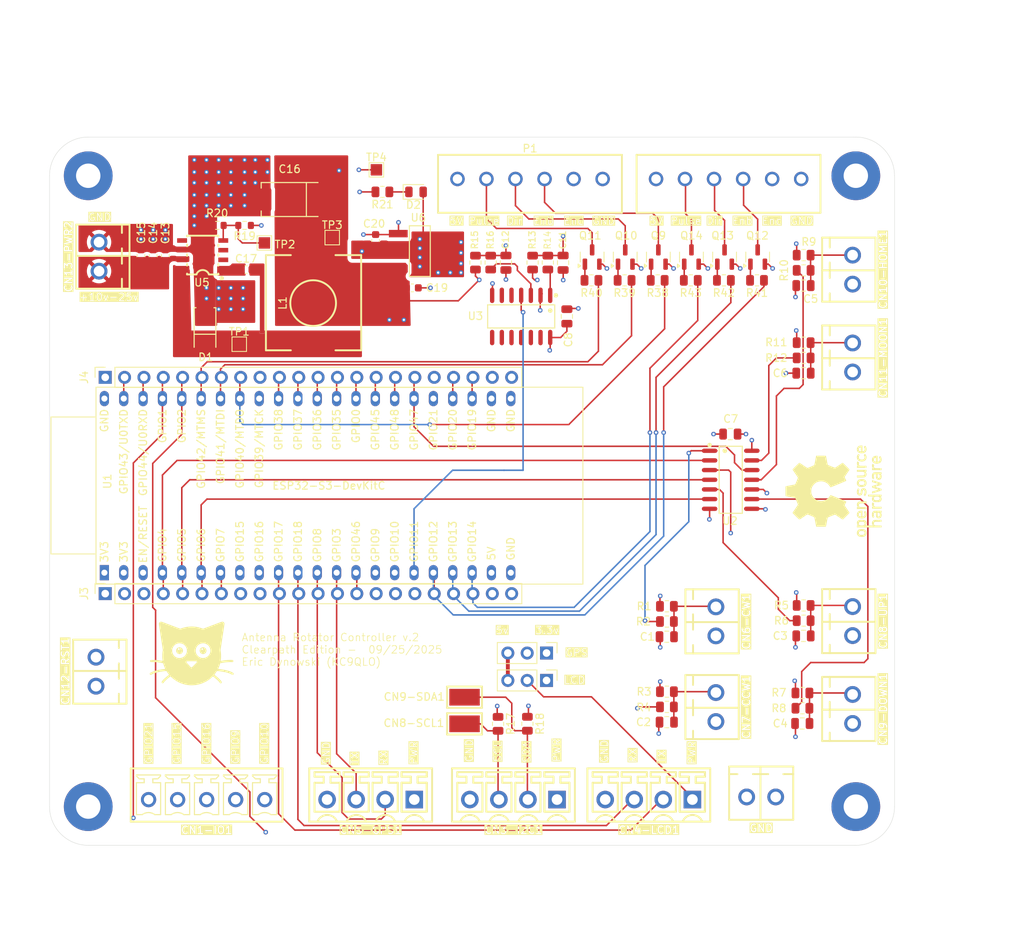
<source format=kicad_pcb>
(kicad_pcb (version 20241229) (generator "pcbnew") (generator_version "9.0")
  (layers (0 "F.Cu" signal) (4 "In1.Cu" signal "GND.Cu") (6 "In2.Cu" signal "Signal.Cu") (8 "In3.Cu" signal "PWRV.Cu") (10 "In4.Cu" signal "GND2.Cu") (2 "B.Cu" signal) (13 "F.Paste" user) (15 "B.Paste" user) (5 "F.SilkS" user "F.Silkscreen") (7 "B.SilkS" user "B.Silkscreen") (1 "F.Mask" user) (3 "B.Mask" user) (25 "Edge.Cuts" user))
  (net 0 "")
  (net 1 "/RESET")
  (net 2 "/EL_Enable")
  (net 3 "/CW-OUT")
  (net 4 "/DWN-OUT")
  (net 5 "/UP-OUT")
  (net 6 "/U0RXD")
  (net 7 "/U0TXD")
  (net 8 "/GPIO46")
  (net 9 "/CCW-OUT")
  (net 10 "/GPIO35")
  (net 11 "/SDA")
  (net 12 "/SCL")
  (net 13 "Net-(J1-Pin_2)")
  (net 14 "/LCD_RX")
  (net 15 "/LCD_TX")
  (net 16 "Net-(J2-Pin_2)")
  (net 17 "/GPS_RX")
  (net 18 "/GPS_TX")
  (net 19 "Net-(U5-VIN)")
  (net 20 "Net-(U5-BOOT)")
  (net 29 "GND")
  (net 30 "+3.3V")
  (net 31 "/Buttons/CW-BTN")
  (net 32 "/Buttons/CCW-BTN")
  (net 33 "/Buttons/CW-IN")
  (net 34 "/Buttons/CCW-IN")
  (net 35 "/Buttons/UP-IN")
  (net 36 "/Moon-Out")
  (net 37 "/Buttons/HOME-IN")
  (net 38 "/Home-Out")
  (net 39 "/Buttons/MOON-IN")
  (net 40 "/Buttons/DWN-IN")
  (net 41 "/AZ_Direction")
  (net 42 "/AZ_Encoder")
  (net 43 "/EL_Pulse")
  (net 44 "/AZ_Pulse")
  (net 45 "/Buttons/UP-BTN")
  (net 46 "/Buttons/DOWN-BTN")
  (net 47 "/Buttons/HOME-BTN")
  (net 48 "/Buttons/MOON-BTN")
  (net 49 "+5V")
  (net 50 "/Motors_Clearpath/AZ_5v_Enc_In")
  (net 51 "/Motors_Clearpath/EL_5v_Enc_In")
  (net 52 "/Motors_Clearpath/AZ_5v_Enable")
  (net 53 "/Motors_Clearpath/AZ_5v_Dir")
  (net 54 "/Motors_Clearpath/AZ_5v_Pulse")
  (net 55 "/Motors_Clearpath/EL_5v_Pulse")
  (net 56 "/Motors_Clearpath/EL_5v_Enable")
  (net 57 "/Motors_Clearpath/EL_5v-Dir")
  (net 58 "Net-(Q9-B)")
  (net 59 "Net-(Q10-B)")
  (net 60 "Net-(U3-1A)")
  (net 61 "Net-(U3-2A)")
  (net 62 "/EL_Direction")
  (net 63 "/EL_Encoder")
  (net 64 "/AZ_Enable")
  (net 65 "Net-(D1-K)")
  (net 66 "Net-(U5-VSENSE)")
  (net 70 "/GPIO10")
  (net 71 "/GPIO16")
  (net 72 "/GPIO15")
  (net 73 "/GPIO9")
  (net 74 "/GPIO21")
  (net 75 "Net-(D2-K)")
  (net 76 "Net-(Q11-B)")
  (net 77 "Net-(Q12-B)")
  (net 78 "Net-(Q13-B)")
  (net 79 "Net-(Q14-B)")
  (net 80 "/GPIO38")
  (net 81 "/GPIO37")
  (net 82 "/GPIO45")
  (net 83 "/GPIO36")
  (net 84 "/GPIO00")
  (net 85 "/GPIO19")
  (net 86 "/GPIO20")
  (footprint "74HC14D-C5605:SOIC-14_L8.7-W3.9-P1.27-LS6.0-BL" (layer "F.Cu") (at 225 104 -90)
    (property "Reference" "U2")
    (property "Value" "74HC14D,653" (hide yes))
  )
  (footprint "1x2-Connector-C441332:CONN-TH_2P-P3.81_KF2EDGV-3.81-2P" (layer "F.Cu") (at 241 76.41 -90)
    (property "Reference" "CN10-HOME1")
    (property "Value" "KF2EDGV-3.81-2P" (hide yes))
  )
  (footprint "Resistor_SMD:R_0805_2012Metric" (layer "F.Cu") (at 216.627 122.614)
    (property "Reference" "R2")
    (property "Value" "10k" (hide yes))
  )
  (footprint "Resistor_SMD:R_0805_2012Metric" (layer "F.Cu") (at 193.5 75.48 90)
    (property "Reference" "R16")
    (property "Value" "10k" (hide yes))
  )
  (footprint "Capacitor_SMD:C_0805_2012Metric" (layer "F.Cu") (at 216.607 124.614 180)
    (property "Reference" "C1")
    (property "Value" ".1uf" (hide yes))
  )
  (footprint "Capacitor_SMD:C_0805_2012Metric" (layer "F.Cu") (at 234.3925 136 180)
    (property "Reference" "C4")
    (property "Value" ".1uf" (hide yes))
  )
  (footprint "Resistor_SMD:R_0805_2012Metric" (layer "F.Cu") (at 234.57 76.5)
    (property "Reference" "R10")
    (property "Value" "10k" (hide yes))
  )
  (footprint "Resistor_SMD:R_0805_2012Metric" (layer "F.Cu") (at 179.2875 66.2 180)
    (property "Reference" "R21")
    (property "Value" "40" (hide yes))
  )
  (footprint "Capacitor_SMD:C_0603_1608Metric" (layer "F.Cu") (at 161.4 76.4)
    (property "Reference" "C17")
    (property "Value" "10nf")
  )
  (footprint "TestPoint:TestPoint_Pad_1.5x1.5mm" (layer "F.Cu") (at 178.5 63.3)
    (property "Reference" "TP4")
    (property "Value" "TestPoint" (hide yes))
  )
  (footprint "Resistor_SMD:R_0805_2012Metric" (layer "F.Cu") (at 224.105 77.8125 180)
    (property "Reference" "R42")
    (property "Value" "4.7k" (hide yes))
  )
  (footprint "1x4-Connector-C8410:CONN-TH_4P-P3.81_WJ2EDGVC-3.81-4P" (layer "F.Cu") (at 196.486111 145.9916 180)
    (property "Reference" "CN3-I2C1")
    (property "Value" "WJ15EDGVC-3.81-4P" (hide yes))
  )
  (footprint "Package_TO_SOT_SMD:SOT-23" (layer "F.Cu") (at 206.8125 74.75 90)
    (property "Reference" "Q11")
    (property "Value" "MMBT3904" (hide yes))
  )
  (footprint "Resistor_SMD:R_0805_2012Metric" (layer "F.Cu") (at 201 75.48 90)
    (property "Reference" "R14")
    (property "Value" "10k" (hide yes))
  )
  (footprint "Resistor_SMD:R_0805_2012Metric" (layer "F.Cu") (at 215.415 77.8125 180)
    (property "Reference" "R38")
    (property "Value" "4.7k" (hide yes))
  )
  (footprint "Resistor_SMD:R_0805_2012Metric" (layer "F.Cu") (at 198.316111 136.0375 -90)
    (property "Reference" "R18")
    (property "Value" "10k" (hide yes))
  )
  (footprint "1x2-Connector-C441332:CONN-TH_2P-P3.81_KF2EDGV-3.81-2P" (layer "F.Cu") (at 141.7 129.195 90)
    (property "Reference" "CN12-RST1")
    (property "Value" "KF2EDGV-3.81-2P" (hide yes))
  )
  (footprint "Capacitor_SMD:C_0603_1608Metric" (layer "F.Cu") (at 150.8 74.575 -90)
    (property "Reference" "C13")
    (property "Value" "10uf" (hide yes))
  )
  (footprint "Capacitor_SMD:C_0603_1608Metric" (layer "F.Cu") (at 183.225 78.8 180)
    (property "Reference" "C19")
    (property "Value" "10uf" (hide yes))
  )
  (footprint "Resistor_SMD:R_0805_2012Metric" (layer "F.Cu") (at 194.466111 136.05 -90)
    (property "Reference" "R17")
    (property "Value" "10k" (hide yes))
  )
  (footprint "Connector_PinHeader_2.54mm:PinHeader_1x03_P2.54mm_Vertical" (layer "F.Cu") (at 200.83 126.75 -90)
    (property "Reference" "J2" (hide yes))
    (property "Value" "GPS_PWR_SELECT" (hide yes))
  )
  (footprint "Resistor_SMD:R_0805_2012Metric" (layer "F.Cu") (at 234.57 88)
    (property "Reference" "R12")
    (property "Value" "10k" (hide yes))
  )
  (footprint "Package_TO_SOT_SMD:SOT-23" (layer "F.Cu") (at 228.5375 74.75 90)
    (property "Reference" "Q12")
    (property "Value" "MMBT3904" (hide yes))
  )
  (footprint "Capacitor_SMD:C_0805_2012Metric" (layer "F.Cu") (at 203 75.5 -90)
    (property "Reference" "C11")
    (property "Value" ".1uf" (hide yes))
  )
  (footprint "TestPoint:TestPoint_Pad_1.5x1.5mm" (layer "F.Cu") (at 163.8 72.9)
    (property "Reference" "TP2")
    (property "Value" "TestPoint" (hide yes))
  )
  (footprint "Resistor_SMD:R_0805_2012Metric" (layer "F.Cu") (at 234.57 86)
    (property "Reference" "R11")
    (property "Value" "10k" (hide yes))
  )
  (footprint "Resistor_SMD:R_0805_2012Metric" (layer "F.Cu") (at 234.4125 134)
    (property "Reference" "R8")
    (property "Value" "10k" (hide yes))
  )
  (footprint "MountingHole:MountingHole_3.2mm_M3_Pad" (layer "F.Cu") (at 241.42 146.92)
    (property "Reference" "H2" (hide yes))
    (property "Value" "MountingHole_Pad" (hide yes))
  )
  (footprint "1x2-Connector-C441332:CONN-TH_2P-P3.81_KF2EDGV-3.81-2P" (layer "F.Cu") (at 223.057 122.6 -90)
    (property "Reference" "CN6-CW1")
    (property "Value" "KF2EDGV-3.81-2P" (hide yes))
  )
  (footprint "Resistor_SMD:R_0805_2012Metric" (layer "F.Cu") (at 216.627 131.826)
    (property "Reference" "R3")
    (property "Value" "10k" (hide yes))
  )
  (footprint "1x6-Connector-C8415:CONN-TH_6P_WJ15EDGVC-3.81-6P" (layer "F.Cu") (at 224.72 64.5)
    (property "Reference" "P2" (hide yes))
    (property "Value" "WJ15EDGVC-6P")
  )
  (footprint "ESP32-S3-DevKit:ESP32-S3-DevKitC" (layer "F.Cu") (at 142.8 116.2 90)
    (property "Reference" "U1")
    (property "Value" "ESP32-S3-DevKitC")
  )
  (footprint "Capacitor_SMD:C_0805_2012Metric" (layer "F.Cu") (at 203.5 82.55 90)
    (property "Reference" "C8")
    (property "Value" ".1uf" (hide yes))
  )
  (footprint "Resistor_SMD:R_0805_2012Metric" (layer "F.Cu") (at 216.627 133.826)
    (property "Reference" "R4")
    (property "Value" "10k" (hide yes))
  )
  (footprint "Package_TO_SOT_SMD:SOT-23" (layer "F.Cu") (at 224.1925 74.75 90)
    (property "Reference" "Q13")
    (property "Value" "MMBT3904" (hide yes))
  )
  (footprint "TestPoint:TestPoint_Pad_1.5x1.5mm" (layer "F.Cu") (at 172.7 72.2)
    (property "Reference" "TP3")
    (property "Value" "TestPoint" (hide yes))
  )
  (footprint "TestPoint:TestPoint_Pad_1.5x1.5mm" (layer "F.Cu") (at 160.5 86.2)
    (property "Reference" "TP1")
    (property "Value" "TestPoint" (hide yes))
  )
  (footprint "1x2-Connector-C441332:CONN-TH_2P-P3.81_KF2EDGV-3.81-2P" (layer "F.Cu") (at 241 87.948 -90)
    (property "Reference" "CN11-MOON1")
    (property "Value" "KF2EDGV-3.81-2P" (hide yes))
  )
  (footprint "Capacitor_SMD:C_0603_1608Metric" (layer "F.Cu") (at 149.2 74.575 -90)
    (property "Reference" "C14")
    (property "Value" "10uf" (hide yes))
  )
  (footprint "C5199800-TestPoint:TESTPOINT-SMD_L3.8-W2.0_RH-5019" (layer "F.Cu") (at 190.066111 132.55)
    (property "Reference" "CN9-SDA1")
    (property "Value" "RH-5019" (hide yes))
  )
  (footprint "Resistor_SMD:R_0805_2012Metric" (layer "F.Cu") (at 234.4125 132)
    (property "Reference" "R7")
    (property "Value" "10k" (hide yes))
  )
  (footprint "Resistor_SMD:R_0603_1608Metric" (layer "F.Cu") (at 157.625 70.6 180)
    (property "Reference" "R20")
    (property "Value" "3.24k" (hide yes))
  )
  (footprint "Package_TO_SOT_SMD:SOT-23" (layer "F.Cu") (at 215.5025 74.75 90)
    (property "Reference" "Q9")
    (property "Value" "MMBT3904" (hide yes))
  )
  (footprint "Capacitor_SMD:C_0805_2012Metric" (layer "F.Cu") (at 234.55 124.5 180)
    (property "Reference" "C3")
    (property "Value" ".1uf" (hide yes))
  )
  (footprint "1x2-Connector-C441332:CONN-TH_2P-P3.81_KF2EDGV-3.81-2P" (layer "F.Cu") (at 241 122.562 -90)
    (property "Reference" "CN8-UP1")
    (property "Value" "KF2EDGV-3.81-2P" (hide yes))
  )
  (footprint "Resistor_SMD:R_0805_2012Metric" (layer "F.Cu") (at 234.57 74.5)
    (property "Reference" "R9")
    (property "Value" "10k" (hide yes))
  )
  (footprint "1x2-Connector-C441332:CONN-TH_2P-P3.81_KF2EDGV-3.81-2P" (layer "F.Cu") (at 228.995 145.65 180)
    (property "Reference" "CN5" (hide yes))
    (property "Value" "KF2EDGV-3.81-2P" (hide yes))
  )
  (footprint "Resistor_SMD:R_0805_2012Metric" (layer "F.Cu") (at 234.57 120.5)
    (property "Reference" "R5")
    (property "Value" "10k" (hide yes))
  )
  (footprint "Resistor_SMD:R_0805_2012Metric" (layer "F.Cu") (at 211.07 77.8125 180)
    (property "Reference" "R39")
    (property "Value" "4.7k" (hide yes))
  )
  (footprint "74HC14D-C5605:SOIC-14_L8.7-W3.9-P1.27-LS6.0-BL" (layer "F.Cu") (at 197.5 82.55 180)
    (property "Reference" "U3")
    (property "Value" "74HC14D,653" (hide yes))
  )
  (footprint "1x6-Connector-C8415:CONN-TH_6P_WJ15EDGVC-3.81-6P" (layer "F.Cu") (at 198.66 64.5)
    (property "Reference" "P1")
    (property "Value" "WJ15EDGVC-6P")
  )
  (footprint "Resistor_SMD:R_0805_2012Metric" (layer "F.Cu") (at 228.45 77.8125 180)
    (property "Reference" "R41")
    (property "Value" "4.7k" (hide yes))
  )
  (footprint "Capacitor_SMD:C_0805_2012Metric" (layer "F.Cu") (at 224.95 98 180)
    (property "Reference" "C7")
    (property "Value" ".1uf" (hide yes))
  )
  (footprint "Package_TO_SOT_SMD:SOT-23" (layer "F.Cu") (at 219.8475 74.75 90)
    (property "Reference" "Q14")
    (property "Value" "MMBT3904" (hide yes))
  )
  (footprint "Package_TO_SOT_SMD:SOT-23" (layer "F.Cu") (at 211.1575 74.75 90)
    (property "Reference" "Q10")
    (property "Value" "MMBT3904" (hide yes))
  )
  (footprint "Capacitor_SMD:C_0805_2012Metric" (layer "F.Cu") (at 234.55 90 180)
    (property "Reference" "C6")
    (property "Value" ".1uf" (hide yes))
  )
  (footprint "1x2-Connector-C441332:CONN-TH_2P-P3.81_KF2EDGV-3.81-2P" (layer "F.Cu") (at 241 134.1 -90)
    (property "Reference" "CN9-DOWN1")
    (property "Value" "KF2EDGV-3.81-2P" (hide yes))
  )
  (footprint "Connector_PinSocket_2.54mm:PinSocket_1x22_P2.54mm_Vertical" (layer "F.Cu") (at 142.91 118.95 90)
    (property "Reference" "J3")
    (property "Value" "Conn_01x22_Socket")
  )
  (footprint "Connector_PinSocket_2.54mm:PinSocket_1x22_P2.54mm_Vertical" (layer "F.Cu") (at 142.91 90.55 90)
    (property "Reference" "J4")
    (property "Value" "Conn_01x22_Socket")
  )
  (footprint "C5199800-TestPoint:TESTPOINT-SMD_L3.8-W2.0_RH-5019" (layer "F.Cu") (at 190.066111 136.05)
    (property "Reference" "CN8-SCL1")
    (property "Value" "RH-5019" (hide yes))
  )
  (footprint "LOGO" (layer "F.Cu") (at 154.25 126.75)
    (property "Reference" "G***" (hide yes))
    (property "Value" "LOGO" (hide yes))
  )
  (footprint "1x4-Connector-C8410:CONN-TH_4P-P3.81_WJ2EDGVC-3.81-4P" (layer "F.Cu") (at 177.75 145.9916 180)
    (property "Reference" "CN5-GPS1")
    (property "Value" "WJ15EDGVC-3.81-4P" (hide yes))
  )
  (footprint "Capacitor_SMD:C_0805_2012Metric" (layer "F.Cu") (at 195.5 75.5 -90)
    (property "Reference" "C12")
    (property "Value" ".1uf" (hide yes))
  )
  (footprint "1x4-Connector-C8410:CONN-TH_4P-P3.81_WJ2EDGVC-3.81-4P" (layer "F.Cu") (at 214.25 145.9916 180)
    (property "Reference" "CN4-LCD1")
    (property "Value" "WJ15EDGVC-3.81-4P" (hide yes))
  )
  (footprint "Capacitor_SMD:C_0603_1608Metric" (layer "F.Cu") (at 147.6 74.575 -90)
    (property "Reference" "C15")
    (property "Value" "10uf" (hide yes))
  )
  (footprint "C9864-TPS5430DDAR:ESOP-8_L4.9-W3.9-P1.27-LS6.0-TL-EP" (layer "F.Cu") (at 155.7 74.49 180)
    (property "Reference" "U5")
    (property "Value" "TPS5430DDAR" (hide yes))
  )
  (footprint "Resistor_SMD:R_0805_2012Metric" (layer "F.Cu") (at 199 75.48 90)
    (property "Reference" "R13")
    (property "Value" "10k" (hide yes))
  )
  (footprint "MountingHole:MountingHole_3.2mm_M3_Pad" (layer "F.Cu") (at 140.68 146.92)
    (property "Reference" "H3" (hide yes))
    (property "Value" "MountingHole_Pad" (hide yes))
  )
  (footprint "Resistor_SMD:R_0603_1608Metric" (layer "F.Cu") (at 161.2 70.6 180)
    (property "Reference" "R19")
    (property "Value" "10k" (hide yes))
  )
  (footprint "Resistor_SMD:R_0805_2012Metric" (layer "F.Cu") (at 191.5 75.48 90)
    (property "Reference" "R15")
    (property "Value" "10k" (hide yes))
  )
  (footprint "Capacitor_SMD:C_0805_2012Metric" (layer "F.Cu") (at 216.607 135.826 180)
    (property "Reference" "C2")
    (property "Value" ".1uf" (hide yes))
  )
  (footprint "Resistor_SMD:R_0805_2012Metric" (layer "F.Cu") (at 216.627 120.614)
    (property "Reference" "R1")
    (property "Value" "10k" (hide yes))
  )
  (footprint "Connector_PinHeader_2.54mm:PinHeader_1x03_P2.54mm_Vertical" (layer "F.Cu") (at 200.83 130.35 -90)
    (property "Reference" "J1" (hide yes))
    (property "Value" "LCD_PWR_SELECT" (hide yes))
  )
  (footprint "1x2-Connector-C441332:CONN-TH_2P-P3.81_KF2EDGV-3.81-2P" (layer "F.Cu") (at 223.057 133.85 -90)
    (property "Reference" "CN7-CCW1")
    (property "Value" "KF2EDGV-3.81-2P" (hide yes))
  )
  (footprint "MountingHole:MountingHole_3.2mm_M3_Pad" (layer "F.Cu") (at 241.42 64.08)
    (property "Reference" "H1" (hide yes))
    (property "Value" "MountingHole_Pad" (hide yes))
  )
  (footprint "C40000-Inductor-15uH:IND-SMD_L12.5-W12.5_RLF12545T" (layer "F.Cu") (at 170.2 80.8 90)
    (property "Reference" "L1")
    (property "Value" "15uH")
  )
  (footprint "1x2-Connector-C441332:CONN-TH_2P-P3.81_KF2EDGV-3.81-2P" (layer "F.Cu") (at 142.1 74.695 90)
    (property "Reference" "CN13-PWR2")
    (property "Value" "KF2EDGV-3.81-2P" (hide yes))
  )
  (footprint "Capacitor_SMD:C_0805_2012Metric" (layer "F.Cu") (at 234.55 78.5 180)
    (property "Reference" "C5")
    (property "Value" ".1uf" (hide yes))
  )
  (footprint "LOGO" (layer "F.Cu") (at 238.5 105.5 90)
    (property "Reference" "G***" (hide yes))
    (property "Value" "LOGO" (hide yes))
  )
  (footprint "Capacitor_SMD:C_0603_1608Metric" (layer "F.Cu") (at 178.4 72.575 -90)
    (property "Reference" "C20")
    (property "Value" "10uf" (hide yes))
  )
  (footprint "C64982-B340A:SMA_L4.3-W2.6-LS5.1-RD" (layer "F.Cu") (at 156 84 90)
    (property "Reference" "D1")
    (property "Value" "B340A" (hide yes))
  )
  (footprint "Resistor_SMD:R_0805_2012Metric" (layer "F.Cu") (at 234.57 122.5)
    (property "Reference" "R6")
    (property "Value" "10k" (hide yes))
  )
  (footprint "Resistor_SMD:R_0805_2012Metric" (layer "F.Cu") (at 219.76 77.8125 180)
    (property "Reference" "R43")
    (property "Value" "4.7k" (hide yes))
  )
  (footprint "C79112-330uF-Cap:CAP-SMD_L7.3-W4.3-R-RD" (layer "F.Cu") (at 167.11 67.2)
    (property "Reference" "C16")
    (property "Value" "330uF")
  )
  (footprint "Resistor_SMD:R_0805_2012Metric" (layer "F.Cu") (at 206.725 77.8125 180)
    (property "Reference" "R40")
    (property "Value" "4.7k" (hide yes))
  )
  (footprint "LED_SMD:LED_0805_2012Metric" (layer "F.Cu") (at 183.7 66.2)
    (property "Reference" "D2")
    (property "Value" "LED" (hide yes))
  )
  (footprint "MountingHole:MountingHole_3.2mm_M3_Pad" (layer "F.Cu") (at 140.68 64.08)
    (property "Reference" "H4" (hide yes))
    (property "Value" "MountingHole_Pad" (hide yes))
  )
  (footprint "1x5-Connector-C8391:CONN-TH_WJ15EDGVC-3.81-5P" (layer "F.Cu") (at 156.22 146 180)
    (property "Reference" "CN1-IO1")
    (property "Value" "WJ15EDGVC-3.81-5P" (hide yes))
  )
  (footprint "C347222-AMS1117:SOT-223-4_L6.5-W3.5-P2.30-LS7.0-BR" (layer "F.Cu") (at 184.2 73.975 180)
    (property "Reference" "U6")
    (property "Value" "AMS1117-3.3_C347222" (hide yes))
  )
  (gr_arc (start 246.5 146.92) (mid 245.012102 150.512102) (end 241.42 152) (stroke (width 0.05)) (layer "Edge.Cuts"))
  (gr_arc (start 135.6 64.08) (mid 137.087898 60.487898) (end 140.68 59) (stroke (width 0.05)) (layer "Edge.Cuts"))
  (gr_line (start 135.6 146.92) (end 135.6 64.08) (stroke (width 0.05)) (layer "Edge.Cuts"))
  (gr_arc (start 140.68 152) (mid 137.087898 150.512102) (end 135.6 146.92) (stroke (width 0.05)) (layer "Edge.Cuts"))
  (gr_line (start 246.5 64.08) (end 246.5 146.92) (stroke (width 0.05)) (layer "Edge.Cuts"))
  (gr_line (start 241.42 152) (end 140.68 152) (stroke (width 0.05)) (layer "Edge.Cuts"))
  (gr_line (start 140.68 59) (end 241.42 59) (stroke (width 0.05)) (layer "Edge.Cuts"))
  (gr_arc (start 241.42 59) (mid 245.012102 60.487898) (end 246.5 64.08) (stroke (width 0.05)) (layer "Edge.Cuts"))
  (gr_text "GND" (at 229 149.75 0) (layer "F.SilkS" knockout) (effects (font (size 1 1))))
  (gr_text "GPIO15" (at 152.9 141.4 90) (layer "F.SilkS" knockout) (effects (font (size 1 1) (thickness 0.1)) (justify left bottom)))
  (gr_text "PWR" (at 184 141.5 90) (layer "F.SilkS" knockout) (effects (font (size 1 1) (thickness 0.1)) (justify left bottom)))
  (gr_text "Pulse" (at 217 70.6 0) (layer "F.SilkS" knockout) (effects (font (size 1 1) (thickness 0.1)) (justify left bottom)))
  (gr_text "GPIO16" (at 156.8 141.4 90) (layer "F.SilkS" knockout) (effects (font (size 1 1) (thickness 0.1)) (justify left bottom)))
  (gr_text "GND" (at 191.266111 141.15 90) (layer "F.SilkS" knockout) (effects (font (size 1 1) (thickness 0.1)) (justify left bottom)))
  (gr_text "GPS" (at 203.23 127.2895 0) (layer "F.SilkS" knockout) (effects (font (size 1 1) (thickness 0.1)) (justify left bottom)))
  (gr_text "Enc" (at 229 70.6 0) (layer "F.SilkS" knockout) (effects (font (size 1 1) (thickness 0.1)) (justify left bottom)))
  (gr_text "SDA" (at 198.816111 141.25 90) (layer "F.SilkS" knockout) (effects (font (size 1 1) (thickness 0.1)) (justify left bottom)))
  (gr_text "GPIO21" (at 149.2 141.4 90) (layer "F.SilkS" knockout) (effects (font (size 1 1) (thickness 0.1)) (justify left bottom)))
  (gr_text "+10v-25v" (at 139.4 80.6 0) (layer "F.SilkS" knockout) (effects (font (size 1 1) (thickness 0.1)) (justify left bottom)))
  (gr_text "RX" (at 180.05 141.6 90) (layer "F.SilkS" knockout) (effects (font (size 1 1) (thickness 0.1)) (justify left bottom)))
  (gr_text "PWR" (at 220.5 141.5 90) (layer "F.SilkS" knockout) (effects (font (size 1 1) (thickness 0.1)) (justify left bottom)))
  (gr_text "Dir" (at 221.7 70.6 0) (layer "F.SilkS" knockout) (effects (font (size 1 1) (thickness 0.1)) (justify left bottom)))
  (gr_text "GND" (at 206.75 70.6 0) (layer "F.SilkS" knockout) (effects (font (size 1 1) (thickness 0.1)) (justify left bottom)))
  (gr_text "3.3v" (at 199.271032 124.35 0) (layer "F.SilkS" knockout) (effects (font (size 1 1) (thickness 0.1)) (justify left bottom)))
  (gr_text "SCL" (at 195.016111 141.15 90) (layer "F.SilkS" knockout) (effects (font (size 1 1) (thickness 0.1)) (justify left bottom)))
  (gr_text "GPIO9" (at 160.6 141.4 90) (layer "F.SilkS" knockout) (effects (font (size 1 1) (thickness 0.1)) (justify left bottom)))
  (gr_text "GPIO10" (at 164.4 141.4 90) (layer "F.SilkS" knockout) (effects (font (size 1 1) (thickness 0.1)) (justify left bottom)))
  (gr_text "Antenna Rotator Controller v.2	\nClearpath Edition -  09/25/2025\nEric Dynowski (KC9QLO)" (at 160.75 128.5 0) (layer "F.SilkS") (effects (font (size 1 1) (thickness 0.1)) (justify left bottom)))
  (gr_text "GND" (at 232.75 70.6 0) (layer "F.SilkS" knockout) (effects (font (size 1 1) (thickness 0.1)) (justify left bottom)))
  (gr_text "GND" (at 172.5 141.5 90) (layer "F.SilkS" knockout) (effects (font (size 1 1) (thickness 0.1)) (justify left bottom)))
  (gr_text "Enb" (at 225.1 70.6 0) (layer "F.SilkS" knockout) (effects (font (size 1 1) (thickness 0.1)) (justify left bottom)))
  (gr_text "Dir" (at 195.5 70.6 0) (layer "F.SilkS" knockout) (effects (font (size 1 1) (thickness 0.1)) (justify left bottom)))
  (gr_text "TX" (at 216.55 141.25 90) (layer "F.SilkS" knockout) (effects (font (size 1 1) (thickness 0.1)) (justify left bottom)))
  (gr_text "5v" (at 194.066111 124.35 0) (layer "F.SilkS" knockout) (effects (font (size 1 1) (thickness 0.1)) (justify left bottom)))
  (gr_text "Pulse" (at 190.5 70.6 0) (layer "F.SilkS" knockout) (effects (font (size 1 1) (thickness 0.1)) (justify left bottom)))
  (gr_text "LCD" (at 203.03 130.8895 0) (layer "F.SilkS" knockout) (effects (font (size 1 1) (thickness 0.1)) (justify left bottom)))
  (gr_text "5V" (at 188 70.6 0) (layer "F.SilkS" knockout) (effects (font (size 1 1) (thickness 0.1)) (justify left bottom)))
  (gr_text "5V" (at 214.25 70.6 0) (layer "F.SilkS" knockout) (effects (font (size 1 1) (thickness 0.1)) (justify left bottom)))
  (gr_text "GND" (at 140.6 70.1 0) (layer "F.SilkS" knockout) (effects (font (size 1 1) (thickness 0.1)) (justify left bottom)))
  (gr_text "Enc" (at 203 70.6 0) (layer "F.SilkS" knockout) (effects (font (size 1 1) (thickness 0.1)) (justify left bottom)))
  (gr_text "PWR" (at 202.766111 141.15 90) (layer "F.SilkS" knockout) (effects (font (size 1 1) (thickness 0.1)) (justify left bottom)))
  (gr_text "RX" (at 212.75 141.25 90) (layer "F.SilkS" knockout) (effects (font (size 1 1) (thickness 0.1)) (justify left bottom)))
  (gr_text "Enb" (at 199 70.6 0) (layer "F.SilkS" knockout) (effects (font (size 1 1) (thickness 0.1)) (justify left bottom)))
  (gr_text "TX" (at 176.25 141.5 90) (layer "F.SilkS" knockout) (effects (font (size 1 1) (thickness 0.1)) (justify left bottom)))
  (gr_text "GND" (at 209 141.25 90) (layer "F.SilkS" knockout) (effects (font (size 1 1) (thickness 0.1)) (justify left bottom)))
  (segment (start 216.2 91.8) (end 229.3625 78.6375) (width 0.2) (layer "F.Cu") (net 2))
  (segment (start 229.3625 78.6375) (end 229.3625 77.8125) (width 0.2) (layer "F.Cu") (net 2))
  (segment (start 186.09 116.31) (end 185.98 116.2) (width 0.2) (layer "F.Cu") (net 2))
  (segment (start 186.09 118.95) (end 186.09 116.31) (width 0.2) (layer "F.Cu") (net 2))
  (segment (start 216.2 97.8) (end 216.2 91.8) (width 0.2) (layer "F.Cu") (net 2))
  (via (at 216.2 97.8) (size 0.6) (drill 0.3) (layers "F.Cu" "B.Cu") (net 2))
  (segment (start 186.09 119.25) (end 188.59 121.75) (width 0.2) (layer "B.Cu") (net 2))
  (segment (start 216.2 111.4) (end 216.2 97.8) (width 0.2) (layer "B.Cu") (net 2))
  (segment (start 185.98 118.78) (end 185.98 116.2) (width 0.2) (layer "B.Cu") (net 2))
  (segment (start 205.85 121.75) (end 216.2 111.4) (width 0.2) (layer "B.Cu") (net 2))
  (segment (start 188.59 121.75) (end 205.85 121.75) (width 0.2) (layer "B.Cu") (net 2))
  (segment (start 150.42 103.38) (end 150.42 116.2) (width 0.2) (layer "F.Cu") (net 3))
  (segment (start 222.23 101.46) (end 152.34 101.46) (width 0.2) (layer "F.Cu") (net 3))
  (segment (start 152.34 101.46) (end 150.42 103.38) (width 0.2) (layer "F.Cu") (net 3))
  (segment (start 150.53 116.31) (end 150.42 116.2) (width 0.2) (layer "F.Cu") (net 3))
  (segment (start 150.53 119.25) (end 150.53 116.31) (width 0.2) (layer "F.Cu") (net 3))
  (segment (start 227.77 107.81) (end 229.481903 107.81) (width 0.2) (layer "F.Cu") (net 4))
  (segment (start 158.15 116.31) (end 158.04 116.2) (width 0.2) (layer "F.Cu") (net 4))
  (segment (start 229.481903 107.81) (end 229.558303 107.8864) (width 0.2) (layer "F.Cu") (net 4))
  (segment (start 158.15 119.25) (end 158.15 116.31) (width 0.2) (layer "F.Cu") (net 4))
  (via (at 229.558303 107.8864) (size 0.6) (drill 0.3) (layers "F.Cu" "B.Cu") (net 4))
  (segment (start 156.26 106.54) (end 155.5 107.3) (width 0.2) (layer "F.Cu") (net 5))
  (segment (start 155.61 116.31) (end 155.5 116.2) (width 0.2) (layer "F.Cu") (net 5))
  (segment (start 155.61 119.25) (end 155.61 116.31) (width 0.2) (layer "F.Cu") (net 5))
  (segment (start 155.5 107.3) (end 155.5 116.2) (width 0.2) (layer "F.Cu") (net 5))
  (segment (start 222.23 106.54) (end 156.26 106.54) (width 0.2) (layer "F.Cu") (net 5))
  (segment (start 147.88 90.36) (end 147.99 90.25) (width 0.2) (layer "F.Cu") (net 6))
  (segment (start 147.88 93.34) (end 147.88 90.36) (width 0.2) (layer "F.Cu") (net 6))
  (segment (start 145.34 90.36) (end 145.45 90.25) (width 0.2) (layer "F.Cu") (net 7))
  (segment (start 145.34 93.34) (end 145.34 90.36) (width 0.2) (layer "F.Cu") (net 7))
  (segment (start 175.93 116.31) (end 175.82 116.2) (width 0.2) (layer "F.Cu") (net 8))
  (segment (start 175.93 119.25) (end 175.93 116.31) (width 0.2) (layer "F.Cu") (net 8))
  (segment (start 153.07 116.31) (end 152.96 116.2) (width 0.2) (layer "F.Cu") (net 9))
  (segment (start 153.07 119.25) (end 153.07 116.31) (width 0.2) (layer "F.Cu") (net 9))
  (segment (start 152.96 105.04) (end 152.96 116.2) (width 0.2) (layer "F.Cu") (net 9))
  (segment (start 222.23 104) (end 154 104) (width 0.2) (layer "F.Cu") (net 9))
  (segment (start 154 104) (end 152.96 105.04) (width 0.2) (layer "F.Cu") (net 9))
  (segment (start 173.28 90.36) (end 173.39 90.25) (width 0.2) (layer "F.Cu") (net 10))
  (segment (start 173.28 93.34) (end 173.28 90.36) (width 0.2) (layer "F.Cu") (net 10))
  (segment (start 196.266111 136.55) (end 196.266111 133.35) (width 0.2) (layer "F.Cu") (net 11))
  (segment (start 146.6 101.8) (end 150.42 97.98) (width 0.2) (layer "F.Cu") (net 11))
  (segment (start 150.42 97.98) (end 150.42 93.34) (width 0.2) (layer "F.Cu") (net 11))
  (segment (start 195.466111 132.55) (end 190.066111 132.55) (width 0.2) (layer "F.Cu") (net 11))
  (segment (start 198.316111 145.73) (end 198.386111 145.8) (width 0.2) (layer "F.Cu") (net 11))
  (segment (start 196.666111 136.95) (end 196.266111 136.55) (width 0.2) (layer "F.Cu") (net 11))
  (segment (start 150.42 90.36) (end 150.53 90.25) (width 0.2) (layer "F.Cu") (net 11))
  (segment (start 146.6 148.4) (end 146.6 101.8) (width 0.2) (layer "F.Cu") (net 11))
  (segment (start 198.316111 136.95) (end 198.316111 145.73) (width 0.2) (layer "F.Cu") (net 11))
  (segment (start 198.316111 136.95) (end 196.666111 136.95) (width 0.2) (layer "F.Cu") (net 11))
  (segment (start 196.266111 133.35) (end 195.466111 132.55) (width 0.2) (layer "F.Cu") (net 11))
  (segment (start 150.42 93.34) (end 150.42 90.36) (width 0.2) (layer "F.Cu") (net 11))
  (via (at 146.6 148.4) (size 0.6) (drill 0.3) (layers "F.Cu" "B.Cu") (net 11))
  (segment (start 152.96 90.36) (end 153.07 90.25) (width 0.2) (layer "F.Cu") (net 12))
  (segment (start 194.466111 136.9625) (end 194.466111 145.69) (width 0.2) (layer "F.Cu") (net 12))
  (segment (start 149.519 132.619) (end 149.519 121.128) (width 0.2) (layer "F.Cu") (net 12))
  (segment (start 163.975 150.275) (end 164.101 150.401) (width 0.2) (layer "F.Cu") (net 12))
  (segment (start 194.466111 145.69) (end 194.576111 145.8) (width 0.2) (layer "F.Cu") (net 12))
  (segment (start 190.066111 136.05) (end 192.166111 136.05) (width 0.2) (layer "F.Cu") (net 12))
  (segment (start 152.96 93.34) (end 152.96 90.36) (width 0.2) (layer "F.Cu") (net 12))
  (segment (start 149.141 101.859) (end 149.141 120.75) (width 0.2) (layer "F.Cu") (net 12))
  (segment (start 152.96 98.04) (end 149.141 101.859) (width 0.2) (layer "F.Cu") (net 12))
  (segment (start 161.9 145) (end 161.9 148.2) (width 0.2) (layer "F.Cu") (net 12))
  (segment (start 192.166111 136.05) (end 193.078611 136.9625) (width 0.2) (layer "F.Cu") (net 12))
  (segment (start 152.96 93.34) (end 152.96 98.04) (width 0.2) (layer "F.Cu") (net 12))
  (segment (start 161.9 148.2) (end 163.975 150.275) (width 0.2) (layer "F.Cu") (net 12))
  (segment (start 193.078611 136.9625) (end 194.466111 136.9625) (width 0.2) (layer "F.Cu") (net 12))
  (segment (start 149.519 121.128) (end 149.141 120.75) (width 0.2) (layer "F.Cu") (net 12))
  (segment (start 149.519 132.619) (end 161.9 145) (width 0.2) (layer "F.Cu") (net 12))
  (via (at 163.975 150.275) (size 0.6) (drill 0.3) (layers "F.Cu" "B.Cu") (net 12))
  (segment (start 206.72 132.5) (end 200.44 132.5) (width 0.2) (layer "F.Cu") (net 13))
  (segment (start 200.44 132.5) (end 198.29 130.35) (width 0.2) (layer "F.Cu") (net 13))
  (segment (start 219.97 145.75) (end 206.72 132.5) (width 0.2) (layer "F.Cu") (net 13))
  (segment (start 208.69 149.4) (end 169 149.4) (width 0.2) (layer "F.Cu") (net 14))
  (segment (start 168.2 148.6) (end 168.2 116.2) (width 0.2) (layer "F.Cu") (net 14))
  (segment (start 212.34 145.75) (end 208.69 149.4) (width 0.2) (layer "F.Cu") (net 14))
  (segment (start 169 149.4) (end 168.2 148.6) (width 0.2) (layer "F.Cu") (net 14))
  (segment (start 165.66 147.86) (end 165.66 116.2) (width 0.2) (layer "F.Cu") (net 15))
  (segment (start 167.8 150) (end 165.66 147.86) (width 0.2) (layer "F.Cu") (net 15))
  (segment (start 216.15 145.75) (end 211.9 150) (width 0.2) (layer "F.Cu") (net 15))
  (segment (start 211.9 150) (end 167.8 150) (width 0.2) (layer "F.Cu") (net 15))
  (segment (start 174 147.7) (end 174 143.1) (width 0.2) (layer "F.Cu") (net 17))
  (segment (start 171.231 116.691) (end 170.74 116.2) (width 0.2) (layer "F.Cu") (net 17))
  (segment (start 179.65 148.05) (end 179.15 148.55) (width 0.2) (layer "F.Cu") (net 17))
  (segment (start 174.85 148.55) (end 174 147.7) (width 0.2) (layer "F.Cu") (net 17))
  (segment (start 179.65 145.9916) (end 179.65 148.05) (width 0.2) (layer "F.Cu") (net 17))
  (segment (start 170.74 139.84) (end 170.74 116.2) (width 0.2) (layer "F.Cu") (net 17))
  (segment (start 174 143.1) (end 170.74 139.84) (width 0.2) (layer "F.Cu") (net 17))
  (segment (start 179.15 148.55) (end 174.85 148.55) (width 0.2) (layer "F.Cu") (net 17))
  (segment (start 175.84 145.9916) (end 175.84 142.54) (width 0.2) (layer "F.Cu") (net 18))
  (segment (start 173.28 139.98) (end 173.28 116.2) (width 0.2) (layer "F.Cu") (net 18))
  (segment (start 173.59 116.51) (end 173.28 116.2) (width 0.2) (layer "F.Cu") (net 18))
  (segment (start 175.84 142.54) (end 173.28 139.98) (width 0.2) (layer "F.Cu") (net 18))
  (segment (start 232.25 90) (end 233.6 90) (width 0.2) (layer "F.Cu") (net 29))
  (segment (start 181.4 71.645) (end 181.37 71.675) (width 0.2) (layer "F.Cu") (net 29))
  (segment (start 215.557 137.326) (end 215.557 135.926) (width 0.2) (layer "F.Cu") (net 29))
  (segment (start 207.7625 75.6875) (end 208.1875 75.6875) (width 0.2) (layer "F.Cu") (net 29))
  (segment (start 212.1075 75.6875) (end 212.6875 75.6875) (width 0.2) (layer "F.Cu") (net 29))
  (segment (start 215.75 126) (end 215.75 124.707) (width 0.2) (layer "F.Cu") (net 29))
  (segment (start 225.6875 75.6875) (end 226.25 76.25) (width 0.2) (layer "F.Cu") (net 29))
  (segment (start 181.4 70.2) (end 181.4 71.645) (width 0.2) (layer "F.Cu") (net 29))
  (segment (start 222.23 109.17) (end 222.2 109.2) (width 0.2) (layer "F.Cu") (net 29))
  (segment (start 184 78.8) (end 185.6 78.8) (width 0.2) (layer "F.Cu") (net 29))
  (segment (start 222.75 98) (end 224 98) (width 0.2) (layer "F.Cu") (net 29))
  (segment (start 193.734964 78.224304) (end 193.734964 79.735036) (width 0.2) (layer "F.Cu") (net 29))
  (segment (start 203.015122 76.465122) (end 203 76.45) (width 0.2) (layer "F.Cu") (net 29))
  (segment (start 220.7975 75.6875) (end 221.4375 75.6875) (width 0.2) (layer "F.Cu") (net 29))
  (segment (start 229.4875 75.6875) (end 229.9375 75.6875) (width 0.2) (layer "F.Cu") (net 29))
  (segment (start 193.734964 79.735036) (end 193.69 79.78) (width 0.2) (layer "F.Cu") (net 29))
  (segment (start 178.4 71.8) (end 181.245 71.8) (width 0.2) (layer "F.Cu") (net 29))
  (segment (start 203.6 81.5) (end 203.5 81.6) (width 0.2) (layer "F.Cu") (net 29))
  (segment (start 233.5 80) (end 233.5 78.6) (width 0.2) (layer "F.Cu") (net 29))
  (segment (start 222.23 107.81) (end 222.23 109.17) (width 0.2) (layer "F.Cu") (net 29))
  (segment (start 233.5 136.0575) (end 233.4425 136) (width 0.2) (layer "F.Cu") (net 29))
  (segment (start 233.5 126) (end 233.5 124.6) (width 0.2) (layer "F.Cu") (net 29))
  (segment (start 212.6875 75.6875) (end 213.25 76.25) (width 0.2) (layer "F.Cu") (net 29))
  (segment (start 229.9375 75.6875) (end 230.5 76.25) (width 0.2) (layer "F.Cu") (net 29))
  (segment (start 215.557 135.926) (end 215.657 135.826) (width 0.2) (layer "F.Cu") (net 29))
  (segment (start 181.245 71.8) (end 181.37 71.675) (width 0.2) (layer "F.Cu") (net 29))
  (segment (start 233.5 78.6) (end 233.6 78.5) (width 0.2) (layer "F.Cu") (net 29))
  (segment (start 176.8 71.8) (end 178.4 71.8) (width 0.2) (layer "F.Cu") (net 29))
  (segment (start 208.1875 75.6875) (end 208.75 76.25) (width 0.2) (layer "F.Cu") (net 29))
  (segment (start 195.5 77.70837) (end 195.5 76.45) (width 0.2) (layer "F.Cu") (net 29))
  (segment (start 203.015122 77.779542) (end 203.015122 76.465122) (width 0.2) (layer "F.Cu") (net 29))
  (segment (start 178.375 66.2) (end 176.3 66.2) (width 0.2) (layer "F.Cu") (net 29))
  (segment (start 215.75 124.707) (end 215.657 124.614) (width 0.2) (layer "F.Cu") (net 29))
  (segment (start 221.4375 75.6875) (end 222 76.25) (width 0.2) (layer "F.Cu") (net 29))
  (segment (start 216.4525 75.6875) (end 216.9375 75.6875) (width 0.2) (layer "F.Cu") (net 29))
  (segment (start 225.1425 75.6875) (end 225.6875 75.6875) (width 0.2) (layer "F.Cu") (net 29))
  (segment (start 233.5 124.6) (end 233.6 124.5) (width 0.2) (layer "F.Cu") (net 29))
  (segment (start 233.5 137.75) (end 233.5 136.0575) (width 0.2) (layer "F.Cu") (net 29))
  (segment (start 216.9375 75.6875) (end 217.5 76.25) (width 0.2) (layer "F.Cu") (net 29))
  (segment (start 205 81.5) (end 203.6 81.5) (width 0.2) (layer "F.Cu") (net 29))
  (via (at 159.4 81.6) (size 0.6) (drill 0.3) (layers "F.Cu" "B.Cu") (net 29))
  (via (at 176.3 66.2) (size 0.6) (drill 0.3) (layers "F.Cu" "B.Cu") (net 29))
  (via (at 154.6 69.4) (size 0.6) (drill 0.3) (layers "F.Cu" "B.Cu") (net 29))
  (via (at 161.2 68) (size 0.6) (drill 0.3) (layers "F.Cu" "B.Cu") (net 29))
  (via (at 150.8 72.4) (size 0.6) (drill 0.3) (layers "F.Cu" "B.Cu") (net 29))
  (via (at 157.8 68) (size 0.6) (drill 0.3) (layers "F.Cu" "B.Cu") (net 29))
  (via (at 154.6 66.6) (size 0.6) (drill 0.3) (layers "F.Cu" "B.Cu") (net 29))
  (via (at 159.4 62) (size 0.6) (drill 0.3) (layers "F.Cu" "B.Cu") (net 29))
  (via (at 157.8 78.8) (size 0.6) (drill 0.3) (layers "F.Cu" "B.Cu") (net 29))
  (via (at 159.4 80.2) (size 0.6) (drill 0.3) (layers "F.Cu" "B.Cu") (net 29))
  (via (at 156.2 78.8) (size 0.6) (drill 0.3) (layers "F.Cu" "B.Cu") (net 29))
  (via (at 205 81.5) (size 0.6) (drill 0.3) (layers "F.Cu" "B.Cu") (net 29))
  (via (at 222 76.25) (size 0.6) (drill 0.3) (layers "F.Cu" "B.Cu") (net 29))
  (via (at 154.6 65) (size 0.6) (drill 0.3) (layers "F.Cu" "B.Cu") (net 29))
  (via (at 222.2 109.2) (size 0.6) (drill 0.3) (layers "F.Cu" "B.Cu") (net 29))
  (via (at 233.5 80) (size 0.6) (drill 0.3) (layers "F.Cu" "B.Cu") (net 29))
  (via (at 156.2 66.6) (size 0.6) (drill 0.3) (layers "F.Cu" "B.Cu") (net 29))
  (via (at 222.75 98) (size 0.6) (drill 0.3) (layers "F.Cu" "B.Cu") (net 29))
  (via (at 159.4 68) (size 0.6) (drill 0.3) (layers "F.Cu" "B.Cu") (net 29))
  (via (at 154.6 68) (size 0.6) (drill 0.3) (layers "F.Cu" "B.Cu") (net 29))
  (via (at 161 80.2) (size 0.6) (drill 0.3) (layers "F.Cu" "B.Cu") (net 29))
  (via (at 161 81.6) (size 0.6) (drill 0.3) (layers "F.Cu" "B.Cu") (net 29))
  (via (at 213.25 76.25) (size 0.6) (drill 0.3) (layers "F.Cu" "B.Cu") (net 29))
  (via (at 154.6 70.6) (size 0.6) (drill 0.3) (layers "F.Cu" "B.Cu") (net 29))
  (via (at 157.8 63.6) (size 0.6) (drill 0.3) (layers "F.Cu" "B.Cu") (net 29))
  (via (at 156.2 62) (size 0.6) (drill 0.3) (layers "F.Cu" "B.Cu") (net 29))
  (via (at 161.2 65) (size 0.6) (drill 0.3) (layers "F.Cu" "B.Cu") (net 29))
  (via (at 215.557 137.326) (size 0.6) (drill 0.3) (layers "F.Cu" "B.Cu") (net 29))
  (via (at 185.6 78.8) (size 0.6) (drill 0.3) (layers "F.Cu" "B.Cu") (net 29))
  (via (at 181.4 70.2) (size 0.6) (drill 0.3) (layers "F.Cu" "B.Cu") (net 29))
  (via (at 233.5 126) (size 0.6) (drill 0.3) (layers "F.Cu" "B.Cu") (net 29))
  (via (at 149.2 71.2) (size 0.6) (drill 0.3) (layers "F.Cu" "B.Cu") (net 29))
  (via (at 203.015122 77.779542) (size 0.6) (drill 0.3) (layers "F.Cu" "B.Cu") (net 29))
  (via (at 226.25 76.25) (size 0.6) (drill 0.3) (layers "F.Cu" "B.Cu") (net 29))
  (via (at 161.2 62) (size 0.6) (drill 0.3) (layers "F.Cu" "B.Cu") (net 29))
  (via (at 230.5 76.25) (size 0.6) (drill 0.3) (layers "F.Cu" "B.Cu") (net 29))
  (via (at 157.8 66.6) (size 0.6) (drill 0.3) (layers "F.Cu" "B.Cu") (net 29))
  (via (at 154.6 63.6) (size 0.6) (drill 0.3) (layers "F.Cu" "B.Cu") (net 29))
  (via (at 195.5 77.70837) (size 0.6) (drill 0.3) (layers "F.Cu" "B.Cu") (net 29))
  (via (at 147.6 71.2) (size 0.6) (drill 0.3) (layers "F.Cu" "B.Cu") (net 29))
  (via (at 156.2 69.4) (size 0.6) (drill 0.3) (layers "F.Cu" "B.Cu") (net 29))
  (via (at 154.6 62) (size 0.6) (drill 0.3) (layers "F.Cu" "B.Cu") (net 29))
  (via (at 157.8 62) (size 0.6) (drill 0.3) (layers "F.Cu" "B.Cu") (net 29))
  (via (at 157.8 65) (size 0.6) (drill 0.3) (layers "F.Cu" "B.Cu") (net 29))
  (via (at 176.8 71.8) (size 0.6) (drill 0.3) (layers "F.Cu" "B.Cu") (net 29))
  (via (at 215.75 126) (size 0.6) (drill 0.3) (layers "F.Cu" "B.Cu") (net 29))
  (via (at 161.2 63.6) (size 0.6) (drill 0.3) (layers "F.Cu" "B.Cu") (net 29))
  (via (at 162.6 65) (size 0.6) (drill 0.3) (layers "F.Cu" "B.Cu") (net 29))
  (via (at 159.4 63.6) (size 0.6) (drill 0.3) (layers "F.Cu" "B.Cu") (net 29))
  (via (at 217.5 76.25) (size 0.6) (drill 0.3) (layers "F.Cu" "B.Cu") (net 29))
  (via (at 162.6 63.6) (size 0.6) (drill 0.3) (layers "F.Cu" "B.Cu") (net 29))
  (via (at 156.2 65) (size 0.6) (drill 0.3) (layers "F.Cu" "B.Cu") (net 29))
  (via (at 156.2 80.2) (size 0.6) (drill 0.3) (layers "F.Cu" "B.Cu") (net 29))
  (via (at 156.2 68) (size 0.6) (drill 0.3) (layers "F.Cu" "B.Cu") (net 29))
  (via (at 208.75 76.25) (size 0.6) (drill 0.3) (layers "F.Cu" "B.Cu") (net 29))
  (via (at 159.4 66.6) (size 0.6) (drill 0.3) (layers "F.Cu" "B.Cu") (net 29))
  (via (at 232.25 90) (size 0.6) (drill 0.3) (layers "F.Cu" "B.Cu") (net 29))
  (via (at 161.2 66.6) (size 0.6) (drill 0.3) (layers "F.Cu" "B.Cu") (net 29))
  (via (at 157.8 81.6) (size 0.6) (drill 0.3) (layers "F.Cu" "B.Cu") (net 29))
  (via (at 164.2 63.6) (size 0.6) (drill 0.3) (layers "F.Cu" "B.Cu") (net 29))
  (via (at 162.6 62) (size 0.6) (drill 0.3) (layers "F.Cu" "B.Cu") (net 29))
  (via (at 161 78.8) (size 0.6) (drill 0.3) (layers "F.Cu" "B.Cu") (net 29))
  (via (at 233.5 137.75) (size 0.6) (drill 0.3) (layers "F.Cu" "B.Cu") (net 29))
  (via (at 156.2 63.6) (size 0.6) (drill 0.3) (layers "F.Cu" "B.Cu") (net 29))
  (via (at 193.734964 78.224304) (size 0.6) (drill 0.3) (layers "F.Cu" "B.Cu") (net 29))
  (via (at 159.4 78.8) (size 0.6) (drill 0.3) (layers "F.Cu" "B.Cu") (net 29))
  (via (at 164.2 62) (size 0.6) (drill 0.3) (layers "F.Cu" "B.Cu") (net 29))
  (via (at 147.6 72.4) (size 0.6) (drill 0.3) (layers "F.Cu" "B.Cu") (net 29))
  (via (at 159.4 65) (size 0.6) (drill 0.3) (layers "F.Cu" "B.Cu") (net 29))
  (via (at 149.2 72.4) (size 0.6) (drill 0.3) (layers "F.Cu" "B.Cu") (net 29))
  (via (at 157.8 80.2) (size 0.6) (drill 0.3) (layers "F.Cu" "B.Cu") (net 29))
  (via (at 150.8 71.2) (size 0.6) (drill 0.3) (layers "F.Cu" "B.Cu") (net 29))
  (segment (start 201.31 85.32) (end 202.68 85.32) (width 0.2) (layer "F.Cu") (net 30))
  (segment (start 233.6575 73.0575) (end 233.6 73) (width 0.2) (layer "F.Cu") (net 30))
  (segment (start 198.453611 134.9875) (end 198.316111 135.125) (width 0.2) (layer "F.Cu") (net 30))
  (segment (start 202.68 85.32) (end 203.5 84.5) (width 0.2) (layer "F.Cu") (net 30))
  (segment (start 178.5 63.3) (end 176.2 63.3) (width 0.2) (layer "F.Cu") (net 30))
  (segment (start 203.5 84.5) (end 203.5 83.5) (width 0.2) (layer "F.Cu") (net 30))
  (segment (start 233.5 130.5) (end 233.4 130.4) (width 0.2) (layer "F.Cu") (net 30))
  (segment (start 233.6575 86) (end 233.6575 84.4575) (width 0.2) (layer "F.Cu") (net 30))
  (segment (start 194.353611 133.7125) (end 194.353611 135.0375) (width 0.2) (layer "F.Cu") (net 30))
  (segment (start 187.0375 73.9675) (end 187.03 73.975) (width 0.2) (layer "F.Cu") (net 30))
  (segment (start 194.353611 135.0375) (end 194.466111 135.15) (width 0.2) (layer "F.Cu") (net 30))
  (segment (start 225.9 98) (end 227 98) (width 0.2) (layer "F.Cu") (net 30))
  (segment (start 227.77 98.8) (end 227.77 100.19) (width 0.2) (layer "F.Cu") (net 30))
  (segment (start 233.5 132) (end 233.5 130.5) (width 0.2) (layer "F.Cu") (net 30))
  (segment (start 201.31 85.32) (end 201.31 84.67) (width 0.2) (layer "F.Cu") (net 30))
  (segment (start 201.31 86.94) (end 201.25 87) (width 0.2) (layer "F.Cu") (net 30))
  (segment (start 227.77 98.77) (end 227.77 98.8) (width 0.2) (layer "F.Cu") (net 30))
  (segment (start 184.6375 71.9625) (end 184.2 72.4) (width 0.2) (layer "F.Cu") (net 30))
  (segment (start 198.453611 133.6875) (end 198.453611 134.9875) (width 0.2) (layer "F.Cu") (net 30))
  (segment (start 233.6575 120.5) (end 233.6575 118.8575) (width 0.2) (layer "F.Cu") (net 30))
  (segment (start 215.7145 119.2855) (end 215.75 119.25) (width 0.2) (layer "F.Cu") (net 30))
  (segment (start 215.7145 120.614) (end 215.7145 119.2855) (width 0.2) (layer "F.Cu") (net 30))
  (segment (start 215.7145 131.826) (end 215.7145 130.5355) (width 0.2) (layer "F.Cu") (net 30))
  (segment (start 233.6575 84.4575) (end 233.6 84.4) (width 0.2) (layer "F.Cu") (net 30))
  (segment (start 215.7145 130.5355) (end 215.75 130.5) (width 0.2) (layer "F.Cu") (net 30))
  (segment (start 233.6575 74.5) (end 233.6575 73.0575) (width 0.2) (layer "F.Cu") (net 30))
  (segment (start 184.6375 66.2) (end 184.6375 71.9625) (width 0.2) (layer "F.Cu") (net 30))
  (segment (start 201.31 85.32) (end 201.31 86.94) (width 0.2) (layer "F.Cu") (net 30))
  (segment (start 233.6575 118.8575) (end 233.6 118.8) (width 0.2) (layer "F.Cu") (net 30))
  (via (at 215.75 130.5) (size 0.6) (drill 0.3) (layers "F.Cu" "B.Cu") (net 30))
  (via (at 227.77 98.8) (size 0.6) (drill 0.3) (layers "F.Cu" "B.Cu") (net 30))
  (via (at 194.353611 133.7125) (size 0.6) (drill 0.3) (layers "F.Cu" "B.Cu") (net 30))
  (via (at 215.75 119.25) (size 0.6) (drill 0.3) (layers "F.Cu" "B.Cu") (net 30))
  (via (at 188.2 76.8) (size 0.6) (drill 0.3) (layers "F.Cu" "B.Cu") (net 30))
  (via (at 189.6 75.6) (size 0.6) (drill 0.3) (layers "F.Cu" "B.Cu") (net 30))
  (via (at 184.2 74.8) (size 0.6) (drill 0.3) (layers "F.Cu" "B.Cu") (net 30))
  (via (at 189.6 74.2) (size 0.6) (drill 0.3) (layers "F.Cu" "B.Cu") (net 30))
  (via (at 189.6 76.8) (size 0.6) (drill 0.3) (layers "F.Cu" "B.Cu") (net 30))
  (via (at 233.6 118.8) (size 0.6) (drill 0.3) (layers "F.Cu" "B.Cu") (net 30))
  (via (at 233.6 73) (size 0.6) (drill 0.3) (layers "F.Cu" "B.Cu") (net 30))
  (via (at 176.2 63.3) (size 0.6) (drill 0.3) (layers "F.Cu" "B.Cu") (net 30))
  (via (at 184.2 72.4) (size 0.6) (drill 0.3) (layers "F.Cu" "B.Cu") (net 30))
  (via (at 184.2 73.6) (size 0.6) (drill 0.3) (layers "F.Cu" "B.Cu") (net 30))
  (via (at 184.2 76) (size 0.6) (drill 0.3) (layers "F.Cu" "B.Cu") (net 30))
  (via (at 201.25 87) (size 0.6) (drill 0.3) (layers "F.Cu" "B.Cu") (net 30))
  (via (at 189.6 72.8) (size 0.6) (drill 0.3) (layers "F.Cu" "B.Cu") (net 30))
  (via (at 198.453611 133.6875) (size 0.6) (drill 0.3) (layers "F.Cu" "B.Cu") (net 30))
  (via (at 186.6 76.8) (size 0.6) (drill 0.3) (layers "F.Cu" "B.Cu") (net 30))
  (via (at 233.6 84.4) (size 0.6) (drill 0.3) (layers "F.Cu" "B.Cu") (net 30))
  (via (at 176.6 74) (size 0.6) (drill 0.3) (layers "F.Cu" "B.Cu") (net 30))
  (via (at 227 98) (size 0.6) (drill 0.3) (layers "F.Cu" "B.Cu") (net 30))
  (via (at 233.4 130.4) (size 0.6) (drill 0.3) (layers "F.Cu" "B.Cu") (net 30))
  (segment (start 217.75 120.614) (end 223.174 120.614) (width 0.2) (layer "F.Cu") (net 31))
  (segment (start 217.557 120.6315) (end 217.5395 120.614) (width 0.2) (layer "F.Cu") (net 31))
  (segment (start 217.557 124.614) (end 217.557 120.6315) (width 0.2) (layer "F.Cu") (net 31))
  (segment (start 223.174 120.614) (end 223.25 120.69) (width 0.2) (layer "F.Cu") (net 31))
  (segment (start 222.943 131.826) (end 223.057 131.94) (width 0.2) (layer "F.Cu") (net 32))
  (segment (start 217.557 135.826) (end 217.557 135.326) (width 0.2) (layer "F.Cu") (net 32))
  (segment (start 217.5395 135.3085) (end 217.5395 131.826) (width 0.2) (layer "F.Cu") (net 32))
  (segment (start 217.5395 131.826) (end 222.943 131.826) (width 0.2) (layer "F.Cu") (net 32))
  (segment (start 217.557 135.326) (end 217.5395 135.3085) (width 0.2) (layer "F.Cu") (net 32))
  (segment (start 213.864 122.614) (end 213.75 122.5) (width 0.2) (layer "F.Cu") (net 33))
  (segment (start 215.7145 122.614) (end 213.864 122.614) (width 0.2) (layer "F.Cu") (net 33))
  (segment (start 222.23 100.19) (end 219.81 100.19) (width 0.2) (layer "F.Cu") (net 33))
  (segment (start 219.81 100.19) (end 219.5 100.5) (width 0.2) (layer "F.Cu") (net 33))
  (segment (start 223.19 100.19) (end 222.23 100.19) (width 0.2) (layer "F.Cu") (net 33))
  (via (at 213.75 122.5) (size 0.6) (drill 0.3) (layers "F.Cu" "B.Cu") (net 33))
  (via (at 219.5 100.5) (size 0.6) (drill 0.3) (layers "F.Cu" "B.Cu") (net 33))
  (segment (start 219.5 109.5) (end 213.75 115.25) (width 0.2) (layer "B.Cu") (net 33))
  (segment (start 219.5 100.5) (end 219.5 109.5) (width 0.2) (layer "B.Cu") (net 33))
  (segment (start 213.75 115.25) (end 213.75 122.5) (width 0.2) (layer "B.Cu") (net 33))
  (segment (start 224.73 102.73) (end 225 103) (width 0.2) (layer "F.Cu") (net 34))
  (segment (start 212.75 134) (end 212.924 133.826) (width 0.2) (layer "F.Cu") (net 34))
  (segment (start 212.924 133.826) (end 215.7145 133.826) (width 0.2) (layer "F.Cu") (net 34))
  (segment (start 222.23 102.73) (end 224.73 102.73) (width 0.2) (layer "F.Cu") (net 34))
  (segment (start 225 103) (end 225 111) (width 0.2) (layer "F.Cu") (net 34))
  (via (at 212.75 134) (size 0.6) (drill 0.3) (layers "F.Cu" "B.Cu") (net 34))
  (via (at 225 111) (size 0.6) (drill 0.3) (layers "F.Cu" "B.Cu") (net 34))
  (segment (start 224 112.25) (end 231.25 119.5) (width 0.2) (layer "F.Cu") (net 35))
  (segment (start 232.75 122.5) (end 233.6575 122.5) (width 0.2) (layer "F.Cu") (net 35))
  (segment (start 222.23 105.27) (end 223.52 105.27) (width 0.2) (layer "F.Cu") (net 35))
  (segment (start 223.52 105.27) (end 224 105.75) (width 0.2) (layer "F.Cu") (net 35))
  (segment (start 224 105.75) (end 224 112.25) (width 0.2) (layer "F.Cu") (net 35))
  (segment (start 231.25 121) (end 232.75 122.5) (width 0.2) (layer "F.Cu") (net 35))
  (segment (start 231.25 119.5) (end 231.25 121) (width 0.2) (layer "F.Cu") (net 35))
  (segment (start 227.77 102.73) (end 226.48 102.73) (width 0.2) (layer "F.Cu") (net 36))
  (segment (start 183.44 93.34) (end 183.44 90.36) (width 0.2) (layer "F.Cu") (net 36))
  (segment (start 224.354 99.604) (end 186.004 99.604) (width 0.2) (layer "F.Cu") (net 36))
  (segment (start 225.5 100.75) (end 224.354 99.604) (width 0.2) (layer "F.Cu") (net 36))
  (segment (start 225.5 101.75) (end 225.5 100.75) (width 0.2) (layer "F.Cu") (net 36))
  (segment (start 183.44 90.36) (end 183.55 90.25) (width 0.2) (layer "F.Cu") (net 36))
  (segment (start 226.48 102.73) (end 225.5 101.75) (width 0.2) (layer "F.Cu") (net 36))
  (segment (start 186.004 99.604) (end 183.44 97.04) (width 0.2) (layer "F.Cu") (net 36))
  (segment (start 183.44 97.04) (end 183.44 93.34) (width 0.2) (layer "F.Cu") (net 36))
  (segment (start 234.5 91.5) (end 234.5 77.3425) (width 0.2) (layer "F.Cu") (net 37))
  (segment (start 229 104) (end 231 102) (width 0.2) (layer "F.Cu") (net 37))
  (segment (start 227.77 104) (end 229 104) (width 0.2) (layer "F.Cu") (net 37))
  (segment (start 231 102) (end 231 93) (width 0.2) (layer "F.Cu") (net 37))
  (segment (start 232 92) (end 234 92) (width 0.2) (layer "F.Cu") (net 37))
  (segment (start 234.5 77.3425) (end 233.6575 76.5) (width 0.2) (layer "F.Cu") (net 37))
  (segment (start 231 93) (end 232 92) (width 0.2) (layer "F.Cu") (net 37))
  (segment (start 234 92) (end 234.5 91.5) (width 0.2) (layer "F.Cu") (net 37))
  (segment (start 180.9 90.36) (end 181.01 90.25) (width 0.2) (layer "F.Cu") (net 38))
  (segment (start 227.77 105.27) (end 229.27 105.27) (width 0.2) (layer "F.Cu") (net 38))
  (segment (start 180.9 93.34) (end 180.9 90.36) (width 0.2) (layer "F.Cu") (net 38))
  (segment (start 229.27 105.27) (end 229.75 105.75) (width 0.2) (layer "F.Cu") (net 38))
  (via (at 229.75 105.75) (size 0.6) (drill 0.3) (layers "F.Cu" "B.Cu") (net 38))
  (segment (start 227.77 101.46) (end 229.04 101.46) (width 0.2) (layer "F.Cu") (net 39))
  (segment (start 230 100.5) (end 230 89) (width 0.2) (layer "F.Cu") (net 39))
  (segment (start 231 88) (end 233.6575 88) (width 0.2) (layer "F.Cu") (net 39))
  (segment (start 229.04 101.46) (end 230 100.5) (width 0.2) (layer "F.Cu") (net 39))
  (segment (start 230 89) (end 231 88) (width 0.2) (layer "F.Cu") (net 39))
  (segment (start 235.5 128) (end 234.3135 129.1865) (width 0.2) (layer "F.Cu") (net 40))
  (segment (start 227.77 106.54) (end 242.04 106.54) (width 0.2) (layer "F.Cu") (net 40))
  (segment (start 242.5 128) (end 235.5 128) (width 0.2) (layer "F.Cu") (net 40))
  (segment (start 243 127.5) (end 242.5 128) (width 0.2) (layer "F.Cu") (net 40))
  (segment (start 242.04 106.54) (end 243 107.5) (width 0.2) (layer "F.Cu") (net 40))
  (segment (start 234.3135 129.1865) (end 234.3135 133.1865) (width 0.2) (layer "F.Cu") (net 40))
  (segment (start 234.3135 133.1865) (end 233.5 134) (width 0.2) (layer "F.Cu") (net 40))
  (segment (start 243 107.5) (end 243 127.5) (width 0.2) (layer "F.Cu") (net 40))
  (segment (start 158.04 89.46) (end 158.04 93.34) (width 0.2) (layer "F.Cu") (net 41))
  (segment (start 211.9825 85.0846) (end 211.9825 77.8125) (width 0.2) (layer "F.Cu") (net 41))
  (segment (start 208.1671 88.9) (end 158.6 88.9) (width 0.2) (layer "F.Cu") (net 41))
  (segment (start 208.1671 88.9) (end 211.9825 85.0846) (width 0.2) (layer "F.Cu") (net 41))
  (segment (start 158.6 88.9) (end 158.04 89.46) (width 0.2) (layer "F.Cu") (net 41))
  (segment (start 200.04 80.43) (end 200.04 79.78) (width 0.2) (layer "F.Cu") (net 42))
  (segment (start 200 81.75) (end 200 79.82) (width 0.2) (layer "F.Cu") (net 42))
  (segment (start 200.25 79.57) (end 200.04 79.78) (width 0.2) (layer "F.Cu") (net 42))
  (segment (start 200 79.82) (end 200.04 79.78) (width 0.2) (layer "F.Cu") (net 42))
  (via (at 200 81.75) (size 0.6) (drill 0.3) (layers "F.Cu" "B.Cu") (net 42))
  (segment (start 214.4 89.35) (end 220.6725 83.0775) (width 0.2) (layer "F.Cu") (net 43))
  (segment (start 214.4 97.8) (end 214.4 89.35) (width 0.2) (layer "F.Cu") (net 43))
  (segment (start 220.6725 83.0775) (end 220.6725 77.8125) (width 0.2) (layer "F.Cu") (net 43))
  (via (at 214.4 97.8) (size 0.6) (drill 0.3) (layers "F.Cu" "B.Cu") (net 43))
  (segment (start 191.17 119.25) (end 191.17 120.17) (width 0.2) (layer "B.Cu") (net 43))
  (segment (start 191.05728 118.45728) (end 191.05728 116.20368) (width 0.2) (layer "B.Cu") (net 43))
  (segment (start 204.45 120.75) (end 214.4 110.8) (width 0.2) (layer "B.Cu") (net 43))
  (segment (start 191.75 120.75) (end 204.45 120.75) (width 0.2) (layer "B.Cu") (net 43))
  (segment (start 191.17 120.17) (end 191.75 120.75) (width 0.2) (layer "B.Cu") (net 43))
  (segment (start 214.4 110.8) (end 214.4 97.8) (width 0.2) (layer "B.Cu") (net 43))
  (segment (start 206.25 88.5) (end 207.6375 87.1125) (width 0.2) (layer "F.Cu") (net 44))
  (segment (start 155.5 89.3) (end 156.3 88.5) (width 0.2) (layer "F.Cu") (net 44))
  (segment (start 155.5 93.34) (end 155.5 89.3) (width 0.2) (layer "F.Cu") (net 44))
  (segment (start 156.3 88.5) (end 206.25 88.5) (width 0.2) (layer "F.Cu") (net 44))
  (segment (start 207.6375 87.1125) (end 207.6375 77.8125) (width 0.2) (layer "F.Cu") (net 44))
  (segment (start 240.848 120.5) (end 241 120.652) (width 0.2) (layer "F.Cu") (net 45))
  (segment (start 235.4825 120.5) (end 240.848 120.5) (width 0.2) (layer "F.Cu") (net 45))
  (segment (start 235.5 124.5) (end 235.5 120.5175) (width 0.2) (layer "F.Cu") (net 45))
  (segment (start 235.5 120.5175) (end 235.4825 120.5) (width 0.2) (layer "F.Cu") (net 45))
  (segment (start 240.81 132) (end 241 132.19) (width 0.2) (layer "F.Cu") (net 46))
  (segment (start 235.325 132) (end 240.81 132) (width 0.2) (layer "F.Cu") (net 46))
  (segment (start 235.3425 132.0175) (end 235.325 132) (width 0.2) (layer "F.Cu") (net 46))
  (segment (start 235.3425 136) (end 235.3425 132.0175) (width 0.2) (layer "F.Cu") (net 46))
  (segment (start 235.5 76.5175) (end 235.4825 76.5) (width 0.2) (layer "F.Cu") (net 47))
  (segment (start 235.5 78.5) (end 235.5 76.5175) (width 0.2) (layer "F.Cu") (net 47))
  (segment (start 235.4825 74.5) (end 241 74.5) (width 0.2) (layer "F.Cu") (net 47))
  (segment (start 235.4825 76.5) (end 235.4825 74.5) (width 0.2) (layer "F.Cu") (net 47))
  (segment (start 235.4825 86) (end 240.962 86) (width 0.2) (layer "F.Cu") (net 48))
  (segment (start 240.962 86) (end 241 86.038) (width 0.2) (layer "F.Cu") (net 48))
  (segment (start 235.5 90) (end 235.5 86.0175) (width 0.2) (layer "F.Cu") (net 48))
  (segment (start 235.5 86.0175) (end 235.4825 86) (width 0.2) (layer "F.Cu") (net 48))
  (segment (start 192 77.75) (end 189.25 80.5) (width 0.2) (layer "F.Cu") (net 49))
  (segment (start 162.025 70.6) (end 163.4 70.6) (width 0.2) (layer "F.Cu") (net 49))
  (segment (start 195.75 126.75) (end 195.75 130.35) (width 0.508) (layer "F.Cu") (net 49))
  (segment (start 199.612197 77.761715) (end 199.261715 77.761715) (width 0.2) (layer "F.Cu") (net 49))
  (segment (start 199.261715 77.761715) (end 199 77.5) (width 0.2) (layer "F.Cu") (net 49))
  (segment (start 189.25 80.5) (end 182.25 80.5) (width 0.2) (layer "F.Cu") (net 49))
  (segment (start 191.5 76.3925) (end 191.5 77.25) (width 0.2) (layer "F.Cu") (net 49))
  (segment (start 191.5 77.25) (end 192 77.75) (width 0.2) (layer "F.Cu") (net 49))
  (segment (start 199 77.5) (end 199 76.3925) (width 0.2) (layer "F.Cu") (net 49))
  (via (at 199.612197 77.761715) (size 0.6) (drill 0.3) (layers "F.Cu" "B.Cu") (net 49))
  (via (at 173.6 63.4) (size 0.6) (drill 0.3) (layers "F.Cu" "B.Cu") (net 49))
  (via (at 182.1 83) (size 0.6) (drill 0.3) (layers "F.Cu" "B.Cu") (net 49))
  (via (at 192 77.75) (size 0.6) (drill 0.3) (layers "F.Cu" "B.Cu") (net 49))
  (via (at 180.2 83) (size 0.6) (drill 0.3) (layers "F.Cu" "B.Cu") (net 49))
  (via (at 163.4 70.6) (size 0.6) (drill 0.3) (layers "F.Cu" "B.Cu") (net 49))
  (segment (start 203 74.55) (end 199.0175 74.55) (width 0.2) (layer "F.Cu") (net 50))
  (segment (start 203 74.55) (end 203 72) (width 0.2) (layer "F.Cu") (net 50))
  (segment (start 199.0175 74.55) (end 199 74.5675) (width 0.2) (layer "F.Cu") (net 50))
  (via (at 203 72) (size 0.6) (drill 0.3) (layers "F.Cu" "B.Cu") (net 50))
  (segment (start 191.5175 74.55) (end 191.5 74.5675) (width 0.2) (layer "F.Cu") (net 51))
  (segment (start 195.5 74.55) (end 191.5175 74.55) (width 0.2) (layer "F.Cu") (net 51))
  (segment (start 195.5 74.55) (end 195.5 73.25) (width 0.2) (layer "F.Cu") (net 51))
  (via (at 195.5 73.25) (size 0.6) (drill 0.3) (layers "F.Cu" "B.Cu") (net 51))
  (segment (start 200.57 67.57) (end 200.57 64.5) (width 0.2) (layer "F.Cu") (net 52))
  (segment (start 202 69) (end 200.57 67.57) (width 0.2) (layer "F.Cu") (net 52))
  (segment (start 215.5025 73.8125) (end 215.5025 69.7525) (width 0.2) (layer "F.Cu") (net 52))
  (segment (start 214.75 69) (end 202 69) (width 0.2) (layer "F.Cu") (net 52))
  (segment (start 215.5025 69.7525) (end 214.75 69) (width 0.2) (layer "F.Cu") (net 52))
  (segment (start 211.1575 73.8125) (end 211.1575 70.6575) (width 0.2) (layer "F.Cu") (net 53))
  (segment (start 211.1575 70.6575) (end 210.25 69.75) (width 0.2) (layer "F.Cu") (net 53))
  (segment (start 210.25 69.75) (end 198.5 69.75) (width 0.2) (layer "F.Cu") (net 53))
  (segment (start 196.75 68) (end 196.75 64.5) (width 0.2) (layer "F.Cu") (net 53))
  (segment (start 198.5 69.75) (end 196.75 68) (width 0.2) (layer "F.Cu") (net 53))
  (segment (start 206.8125 73.8125) (end 206.8125 71.5625) (width 0.2) (layer "F.Cu") (net 54))
  (segment (start 194.25 71) (end 192.94 69.69) (width 0.2) (layer "F.Cu") (net 54))
  (segment (start 206.25 71) (end 194.25 71) (width 0.2) (layer "F.Cu") (net 54))
  (segment (start 192.94 69.69) (end 192.94 64.5) (width 0.2) (layer "F.Cu") (net 54))
  (segment (start 206.8125 71.5625) (end 206.25 71) (width 0.2) (layer "F.Cu") (net 54))
  (segment (start 219.07 69.07) (end 219.07 65) (width 0.2) (layer "F.Cu") (net 55))
  (segment (start 219.8475 69.8475) (end 219.07 69.07) (width 0.2) (layer "F.Cu") (net 55))
  (segment (start 219.8475 73.8125) (end 219.8475 69.8475) (width 0.2) (layer "F.Cu") (net 55))
  (segment (start 226.69 67.94) (end 226.69 65) (width 0.2) (layer "F.Cu") (net 56))
  (segment (start 228.5375 73.8125) (end 228.5375 69.7875) (width 0.2) (layer "F.Cu") (net 56))
  (segment (start 228.5375 69.7875) (end 226.69 67.94) (width 0.2) (layer "F.Cu") (net 56))
  (segment (start 224.1925 73.8125) (end 224.1925 69.9425) (width 0.2) (layer "F.Cu") (net 57))
  (segment (start 223 65.12) (end 222.88 65) (width 0.2) (layer "F.Cu") (net 57))
  (segment (start 224.1925 69.9425) (end 222.88 68.63) (width 0.2) (layer "F.Cu") (net 57))
  (segment (start 222.88 68.63) (end 222.88 65) (width 0.2) (layer "F.Cu") (net 57))
  (segment (start 214.5525 75.6875) (end 214.5525 77.7625) (width 0.2) (layer "F.Cu") (net 58))
  (segment (start 214.5525 77.7625) (end 214.5025 77.8125) (width 0.2) (layer "F.Cu") (net 58))
  (segment (start 210.2075 77.7625) (end 210.1575 77.8125) (width 0.2) (layer "F.Cu") (net 59))
  (segment (start 210.2075 75.6875) (end 210.2075 77.7625) (width 0.2) (layer "F.Cu") (net 59))
  (segment (start 201.31 79.78) (end 201.31 76.7025) (width 0.2) (layer "F.Cu") (net 60))
  (segment (start 198.77 79.78) (end 198.77 78.27) (width 0.2) (layer "F.Cu") (net 61))
  (segment (start 197 76) (end 196.649 75.649) (width 0.2) (layer "F.Cu") (net 61))
  (segment (start 198.77 78.27) (end 197 76.5) (width 0.2) (layer "F.Cu") (net 61))
  (segment (start 196.649 75.649) (end 194.2435 75.649) (width 0.2) (layer "F.Cu") (net 61))
  (segment (start 197 76.5) (end 197 76) (width 0.2) (layer "F.Cu") (net 61))
  (segment (start 194.2435 75.649) (end 193.5 76.3925) (width 0.2) (layer "F.Cu") (net 61))
  (segment (start 225.0175 80.7325) (end 225.0175 77.8125) (width 0.2) (layer "F.Cu") (net 62))
  (segment (start 215.2 90.55) (end 225.0175 80.7325) (width 0.2) (layer "F.Cu") (net 62))
  (segment (start 215.2 97.8) (end 215.2 90.55) (width 0.2) (layer "F.Cu") (net 62))
  (via (at 215.2 97.8) (size 0.6) (drill 0.3) (layers "F.Cu" "B.Cu") (net 62))
  (segment (start 188.52 119.12) (end 188.52 116.2) (width 0.2) (layer "B.Cu") (net 62))
  (segment (start 188.63 119.25) (end 190.63 121.25) (width 0.2) (layer "B.Cu") (net 62))
  (segment (start 190.63 121.25) (end 205.15 121.25) (width 0.2) (layer "B.Cu") (net 62))
  (segment (start 205.15 121.25) (end 215.2 111.2) (width 0.2) (layer "B.Cu") (net 62))
  (segment (start 215.2 111.2) (end 215.2 97.8) (width 0.2) (layer "B.Cu") (net 62))
  (segment (start 197.5 81.75) (end 197.5 79.78) (width 0.2) (layer "F.Cu") (net 63))
  (segment (start 197.75 82) (end 197.5 81.75) (width 0.2) (layer "F.Cu") (net 63))
  (via (at 197.75 82) (size 0.6) (drill 0.3) (layers "F.Cu" "B.Cu") (net 63))
  (segment (start 195.25 102.75) (end 197.75 102.75) (width 0.2) (layer "B.Cu") (net 63))
  (segment (start 188.5 102.75) (end 195.25 102.75) (width 0.2) (layer "B.Cu") (net 63))
  (segment (start 197.75 102.75) (end 197.75 82) (width 0.2) (layer "B.Cu") (net 63))
  (segment (start 188.25 103) (end 188.5 102.75) (width 0.2) (layer "B.Cu") (net 63))
  (segment (start 183.44 107.81) (end 188.25 103) (width 0.2) (layer "B.Cu") (net 63))
  (segment (start 183.44 116.2) (end 183.44 107.81) (width 0.2) (layer "B.Cu") (net 63))
  (segment (start 216.3275 84.1725) (end 203.75 96.75) (width 0.2) (layer "F.Cu") (net 64))
  (segment (start 203.75 96.75) (end 185.5 96.75) (width 0.2) (layer "F.Cu") (net 64))
  (segment (start 216.3275 77.8125) (end 216.3275 84.1725) (width 0.2) (layer "F.Cu") (net 64))
  (segment (start 160.58 93.34) (end 160.58 89.82) (width 0.2) (layer "F.Cu") (net 64))
  (via (at 185.5 96.75) (size 0.6) (drill 0.3) (layers "F.Cu" "B.Cu") (net 64))
  (segment (start 160.58 96.33) (end 161 96.75) (width 0.2) (layer "B.Cu") (net 64))
  (segment (start 185.5 96.75) (end 161 96.75) (width 0.2) (layer "B.Cu") (net 64))
  (segment (start 160.58 93.34) (end 160.58 96.33) (width 0.2) (layer "B.Cu") (net 64))
  (segment (start 160.375 70.6) (end 160.375 72.375) (width 0.2) (layer "F.Cu") (net 66))
  (segment (start 160.9 72.9) (end 163.8 72.9) (width 0.2) (layer "F.Cu") (net 66))
  (segment (start 158.4 70.65) (end 158.45 70.6) (width 0.2) (layer "F.Cu") (net 66))
  (segment (start 158.4 72.58) (end 158.4 70.65) (width 0.2) (layer "F.Cu") (net 66))
  (segment (start 160.375 72.375) (end 160.9 72.9) (width 0.2) (layer "F.Cu") (net 66))
  (segment (start 158.45 70.6) (end 160.375 70.6) (width 0.2) (layer "F.Cu") (net 66))
  (segment (start 180.2 66.2) (end 182.7625 66.2) (width 0.2) (layer "F.Cu") (net 75))
  (segment (start 205.8625 75.6875) (end 205.8625 77.7625) (width 0.2) (layer "F.Cu") (net 76))
  (segment (start 205.8625 77.7625) (end 205.8125 77.8125) (width 0.2) (layer "F.Cu") (net 76))
  (segment (start 227.5875 77.7625) (end 227.5375 77.8125) (width 0.2) (layer "F.Cu") (net 77))
  (segment (start 227.5875 75.6875) (end 227.5875 77.7625) (width 0.2) (layer "F.Cu") (net 77))
  (segment (start 223.2425 75.6875) (end 223.2425 77.7625) (width 0.2) (layer "F.Cu") (net 78))
  (segment (start 223.2425 77.7625) (end 223.1925 77.8125) (width 0.2) (layer "F.Cu") (net 78))
  (segment (start 218.8975 77.7625) (end 218.8475 77.8125) (width 0.2) (layer "F.Cu") (net 79))
  (segment (start 218.8975 75.6875) (end 218.8975 77.7625) (width 0.2) (layer "F.Cu") (net 79))
  (segment (start 165.66 93.34) (end 165.66 90.36) (width 0.2) (layer "F.Cu") (net 80))
  (segment (start 165.66 90.36) (end 165.77 90.25) (width 0.2) (layer "F.Cu") (net 80))
  (segment (start 168.2 90.36) (end 168.31 90.25) (width 0.2) (layer "F.Cu") (net 81))
  (segment (start 168.2 93.34) (end 168.2 90.36) (width 0.2) (layer "F.Cu") (net 81))
  (segment (start 178.36 90.36) (end 178.47 90.25) (width 0.2) (layer "F.Cu") (net 82))
  (segment (start 178.36 93.34) (end 178.36 90.36) (width 0.2) (layer "F.Cu") (net 82))
  (segment (start 170.74 90.36) (end 170.85 90.25) (width 0.2) (layer "F.Cu") (net 83))
  (segment (start 170.74 93.34) (end 170.74 90.36) (width 0.2) (layer "F.Cu") (net 83))
  (segment (start 175.82 90.36) (end 175.93 90.25) (width 0.2) (layer "F.Cu") (net 84))
  (segment (start 175.82 93.34) (end 175.82 90.36) (width 0.2) (layer "F.Cu") (net 84))
  (segment (start 191.06 93.34) (end 191.06 90.36) (width 0.2) (layer "F.Cu") (net 85))
  (segment (start 191.06 90.36) (end 191.17 90.25) (width 0.2) (layer "F.Cu") (net 85))
  (segment (start 188.52 90.36) (end 188.63 90.25) (width 0.2) (layer "F.Cu") (net 86))
  (segment (start 188.52 93.34) (end 188.52 90.36) (width 0.2) (layer "F.Cu") (net 86))
  (zone (net 29) (net_name "GND") (layer "F.Cu") (priority 1) (connect_pads thru_hole_only (clearance 0.5)) (min_thickness 0.25) (fill yes (thermal_gap 0.5) (thermal_bridge_width 0.5))
    (polygon (pts (xy 157.6 83.8) (xy 157.6 69.4) (xy 165.2 69.4) (xy 165.043478 61.4) (xy 153.8 61.4) (xy 153.8 73.2) (xy 151.8 73.2) (xy 151.8 70.4) (xy 139.4 70.4) (xy 139.4 74.6) (xy 154 74.575) (xy 154.2 83.8)))
  )
  (zone (net 65) (net_name "Net-(D1-K)") (layer "F.Cu") (priority 4) (connect_pads yes (clearance 0.5)) (min_thickness 0.25) (fill yes (thermal_gap 0.5) (thermal_bridge_width 0.5))
    (polygon (pts (xy 161.4 75.6) (xy 163.8 75.6) (xy 163.8 84.8) (xy 163.2 84.8) (xy 163.2 77.2) (xy 161.4 77.2)))
  )
  (zone (net 20) (net_name "Net-(U5-BOOT)") (layer "F.Cu") (priority 6) (connect_pads yes (clearance 0.5)) (min_thickness 0.25) (fill yes (thermal_gap 0.5) (thermal_bridge_width 0.5))
    (polygon (pts (xy 161.4 75.6) (xy 157.6 75.6) (xy 157.6 77.2) (xy 161.4 77.2)))
  )
  (zone (net 19) (net_name "Net-(U5-VIN)") (layer "F.Cu") (priority 2) (connect_pads thru_hole_only (clearance 0.5)) (min_thickness 0.25) (fill yes (thermal_gap 0.5) (thermal_bridge_width 0.5))
    (polygon (pts (xy 139.4 74.6) (xy 139.4 79) (xy 151.8 79) (xy 151.8 75.8) (xy 154 75.8) (xy 154 74.575)))
  )
  (zone (net 30) (net_name "+3.3V") (layer "F.Cu") (priority 8) (connect_pads yes (clearance 0.5)) (min_thickness 0.25) (fill yes (thermal_gap 0.5) (thermal_bridge_width 0.5))
    (polygon (pts (xy 178.4 72.575) (xy 183 72.6) (xy 183 71.4) (xy 190 71.4) (xy 190 77.4) (xy 182.8 77.4) (xy 182.8 75) (xy 175.2 75) (xy 175.2 72.597222)))
  )
  (zone (net 49) (net_name "+5V") (layer "F.Cu") (priority 7) (connect_pads yes (clearance 0.5)) (min_thickness 0.25) (fill yes (thermal_gap 0.5) (thermal_bridge_width 0.5))
    (polygon (pts (xy 165.093895 61.4) (xy 165.2 83.8) (xy 183 83.8) (xy 182.8 75) (xy 174.8 75) (xy 174.8 61.4)))
  )
  (zone (net 65) (net_name "Net-(D1-K)") (layer "F.Cu") (priority 3) (connect_pads yes (clearance 0.5)) (min_thickness 0.25) (fill yes (thermal_gap 0.5) (thermal_bridge_width 0.5))
    (polygon (pts (xy 154 75.8) (xy 151.8 75.8) (xy 151.8 87.9) (xy 176.6 87.9) (xy 176.6 84.4) (xy 154.215 84.4)))
  )
  (zone (net 29) (net_name "GND") (layer "F.Cu") (priority 5) (connect_pads yes (clearance 0.5)) (min_thickness 0.25) (fill yes (thermal_gap 0.5) (thermal_bridge_width 0.5))
    (polygon (pts (xy 162.6 77.8) (xy 157.4 77.8) (xy 157.4 83.4) (xy 162.6 83.4)))
  )
)
</source>
